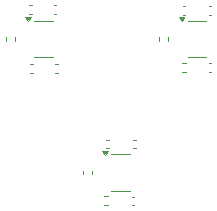
<source format=gbr>
%TF.GenerationSoftware,KiCad,Pcbnew,8.0.8-8.0.8-0~ubuntu22.04.1*%
%TF.CreationDate,2025-03-19T14:37:52-04:00*%
%TF.ProjectId,hpk_5mm,68706b5f-356d-46d2-9e6b-696361645f70,rev?*%
%TF.SameCoordinates,Original*%
%TF.FileFunction,Legend,Top*%
%TF.FilePolarity,Positive*%
%FSLAX46Y46*%
G04 Gerber Fmt 4.6, Leading zero omitted, Abs format (unit mm)*
G04 Created by KiCad (PCBNEW 8.0.8-8.0.8-0~ubuntu22.04.1) date 2025-03-19 14:37:52*
%MOMM*%
%LPD*%
G01*
G04 APERTURE LIST*
%ADD10C,0.120000*%
G04 APERTURE END LIST*
D10*
%TO.C,R12*%
X143320000Y-81146359D02*
X143320000Y-81453641D01*
X144080000Y-81146359D02*
X144080000Y-81453641D01*
%TO.C,C2*%
X141087836Y-67140000D02*
X140872164Y-67140000D01*
X141087836Y-67860000D02*
X140872164Y-67860000D01*
%TO.C,R8*%
X149820000Y-69846359D02*
X149820000Y-70153641D01*
X150580000Y-69846359D02*
X150580000Y-70153641D01*
%TO.C,C4*%
X138792164Y-67140000D02*
X139007836Y-67140000D01*
X138792164Y-67860000D02*
X139007836Y-67860000D01*
%TO.C,U2*%
X153000000Y-68440000D02*
X152200000Y-68440000D01*
X153000000Y-68440000D02*
X153800000Y-68440000D01*
X153000000Y-71560000D02*
X152200000Y-71560000D01*
X153000000Y-71560000D02*
X153800000Y-71560000D01*
X151700000Y-68490000D02*
X151460000Y-68160000D01*
X151940000Y-68160000D01*
X151700000Y-68490000D01*
G36*
X151700000Y-68490000D02*
G01*
X151460000Y-68160000D01*
X151940000Y-68160000D01*
X151700000Y-68490000D01*
G37*
%TO.C,U3*%
X146500000Y-79740000D02*
X145700000Y-79740000D01*
X146500000Y-79740000D02*
X147300000Y-79740000D01*
X146500000Y-82860000D02*
X145700000Y-82860000D01*
X146500000Y-82860000D02*
X147300000Y-82860000D01*
X145200000Y-79790000D02*
X144960000Y-79460000D01*
X145440000Y-79460000D01*
X145200000Y-79790000D01*
G36*
X145200000Y-79790000D02*
G01*
X144960000Y-79460000D01*
X145440000Y-79460000D01*
X145200000Y-79790000D01*
G37*
%TO.C,R3*%
X139153641Y-72120000D02*
X138846359Y-72120000D01*
X139153641Y-72880000D02*
X138846359Y-72880000D01*
%TO.C,C6*%
X153992164Y-67240000D02*
X154207836Y-67240000D01*
X153992164Y-67960000D02*
X154207836Y-67960000D01*
%TO.C,C8*%
X151792164Y-67240000D02*
X152007836Y-67240000D01*
X151792164Y-67960000D02*
X152007836Y-67960000D01*
%TO.C,C11*%
X147492164Y-83340000D02*
X147707836Y-83340000D01*
X147492164Y-84060000D02*
X147707836Y-84060000D01*
%TO.C,C10*%
X147592164Y-78540000D02*
X147807836Y-78540000D01*
X147592164Y-79260000D02*
X147807836Y-79260000D01*
%TO.C,R11*%
X145146359Y-83320000D02*
X145453641Y-83320000D01*
X145146359Y-84080000D02*
X145453641Y-84080000D01*
%TO.C,C3*%
X141012164Y-72140000D02*
X141227836Y-72140000D01*
X141012164Y-72860000D02*
X141227836Y-72860000D01*
%TO.C,R7*%
X151736359Y-72020000D02*
X152043641Y-72020000D01*
X151736359Y-72780000D02*
X152043641Y-72780000D01*
%TO.C,C7*%
X154012164Y-72040000D02*
X154227836Y-72040000D01*
X154012164Y-72760000D02*
X154227836Y-72760000D01*
%TO.C,C12*%
X145292164Y-78540000D02*
X145507836Y-78540000D01*
X145292164Y-79260000D02*
X145507836Y-79260000D01*
%TO.C,R4*%
X136820000Y-69846359D02*
X136820000Y-70153641D01*
X137580000Y-69846359D02*
X137580000Y-70153641D01*
%TO.C,U1*%
X140000000Y-68440000D02*
X139200000Y-68440000D01*
X140000000Y-68440000D02*
X140800000Y-68440000D01*
X140000000Y-71560000D02*
X139200000Y-71560000D01*
X140000000Y-71560000D02*
X140800000Y-71560000D01*
X138700000Y-68490000D02*
X138460000Y-68160000D01*
X138940000Y-68160000D01*
X138700000Y-68490000D01*
G36*
X138700000Y-68490000D02*
G01*
X138460000Y-68160000D01*
X138940000Y-68160000D01*
X138700000Y-68490000D01*
G37*
%TD*%
M02*

</source>
